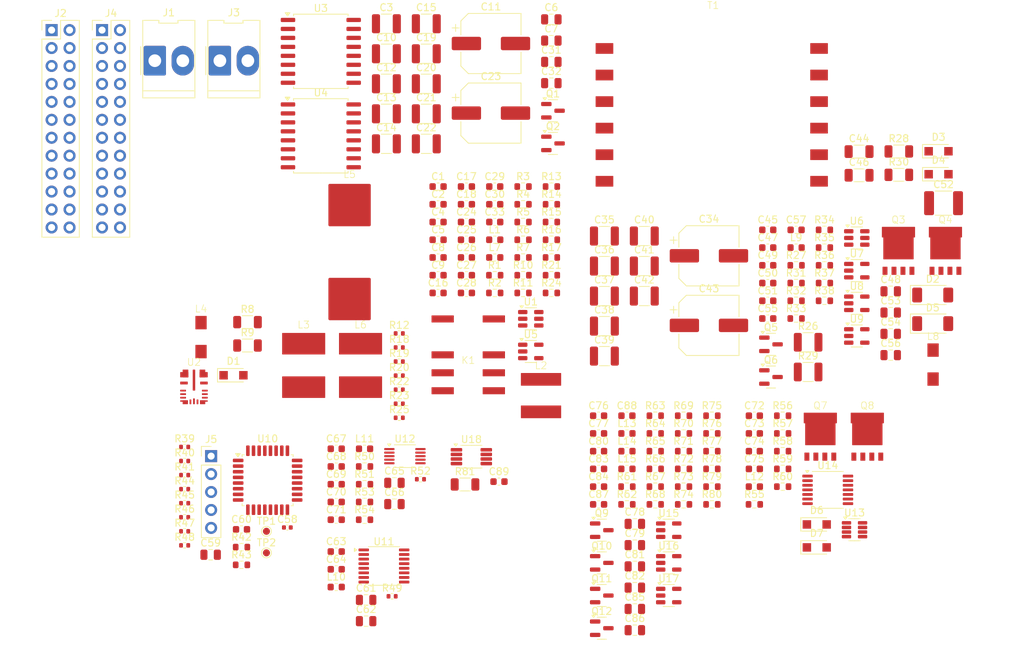
<source format=kicad_pcb>
(kicad_pcb (version 20241229) (generator "pcbnew") (generator_version "9.0")
  (layers (0 "F.Cu" signal) (2 "B.Cu" signal) (13 "F.Paste" user) (15 "B.Paste" user) (5 "F.SilkS" user "F.Silkscreen") (7 "B.SilkS" user "B.Silkscreen") (1 "F.Mask" user) (3 "B.Mask" user) (25 "Edge.Cuts" user))
  (net 0 "")
  (net 1 "Net-(U1-CB)")
  (net 2 "Net-(U1-SW)")
  (net 3 "Net-(U1-FB)")
  (net 4 "+3V3")
  (net 5 "GND")
  (net 6 "Net-(U1-EN)")
  (net 7 "Net-(U2-CBOOT)")
  (net 8 "Net-(U2-SW)")
  (net 9 "Net-(C9-Pad1)")
  (net 10 "Net-(C18-Pad2)")
  (net 11 "VDC")
  (net 12 "Net-(U2-VIN1)")
  (net 13 "/Current Measurement/IN")
  (net 14 "Net-(U2-SYNC{slash}MODE)")
  (net 15 "3V3")
  (net 16 "Net-(U5B-V+)")
  (net 17 "Earth")
  (net 18 "Net-(D2-A)")
  (net 19 "Net-(C44-Pad2)")
  (net 20 "Net-(D3-A)")
  (net 21 "Net-(C46-Pad1)")
  (net 22 "Net-(D4-A)")
  (net 23 "Net-(U7-INTVCC)")
  (net 24 "Net-(C49-Pad1)")
  (net 25 "Net-(C49-Pad2)")
  (net 26 "Net-(U8A-+)")
  (net 27 "Net-(U9A--)")
  (net 28 "Net-(C51-Pad2)")
  (net 29 "Net-(U8B-V+)")
  (net 30 "/STM32/~{STM32_RST}")
  (net 31 "Net-(U11-VDD)")
  (net 32 "Net-(U11-VREF)")
  (net 33 "Net-(U12-VDD)")
  (net 34 "Net-(U12-AIN3)")
  (net 35 "Net-(U12-AIN2)")
  (net 36 "Net-(U12-AIN1)")
  (net 37 "Net-(U12-AIN0)")
  (net 38 "/Current Measurement/OUT")
  (net 39 "VOUT")
  (net 40 "Net-(U13-VS)")
  (net 41 "Net-(U13-VCAP)")
  (net 42 "Net-(U15A--)")
  (net 43 "Net-(C77-Pad1)")
  (net 44 "Net-(U15B-V+)")
  (net 45 "Net-(U16B-V+)")
  (net 46 "Net-(U17A--)")
  (net 47 "Net-(C84-Pad2)")
  (net 48 "Net-(U17B-V+)")
  (net 49 "/ADC/AIN1")
  (net 50 "Net-(U16A--)")
  (net 51 "Net-(D1-A)")
  (net 52 "Net-(D2-K)")
  (net 53 "Net-(D4-K)")
  (net 54 "PRI_HI")
  (net 55 "UART1_RX")
  (net 56 "UART0_TX")
  (net 57 "UART1_TX")
  (net 58 "UART3_RX")
  (net 59 "ACTIVATE_BOOTLOADER")
  (net 60 "UART3_TX")
  (net 61 "UART2_RX")
  (net 62 "UART0_RX")
  (net 63 "UART2_TX")
  (net 64 "NRST")
  (net 65 "/STM32/NRST")
  (net 66 "/STM32/SWDIO")
  (net 67 "/STM32/SWCLK{slash}BOOT0")
  (net 68 "/Voltage Correction/VSENSE+")
  (net 69 "VSENSE+")
  (net 70 "/Voltage Correction/VSENSE-")
  (net 71 "VSENSE-")
  (net 72 "/STM32/DISCHARGE_OUTPUT")
  (net 73 "Net-(Q1-D)")
  (net 74 "/STM32/EN_EXT_VSENSE")
  (net 75 "Net-(U6-SENSE)")
  (net 76 "Net-(Q3-G)")
  (net 77 "Net-(Q4-G)")
  (net 78 "Net-(Q5-B)")
  (net 79 "Net-(Q5-C)")
  (net 80 "Net-(Q5-E)")
  (net 81 "Net-(Q6-D)")
  (net 82 "Net-(U13-SRC)")
  (net 83 "Net-(Q7-G)")
  (net 84 "Net-(Q10-B)")
  (net 85 "Net-(Q9-B)")
  (net 86 "Net-(Q10-C)")
  (net 87 "Net-(Q11-C)")
  (net 88 "Net-(Q11-B)")
  (net 89 "Net-(Q12-B)")
  (net 90 "Net-(Q12-C)")
  (net 91 "/AIN0")
  (net 92 "/Voltage Correction/VFB")
  (net 93 "Net-(U2-RBOOT)")
  (net 94 "/PG")
  (net 95 "ARM_OUTPUT")
  (net 96 "Net-(U5A--)")
  (net 97 "/STM32/ENABLE_PWR_SPL")
  (net 98 "Net-(U2-SPSP)")
  (net 99 "Net-(U2-RT)")
  (net 100 "Net-(U4-VOC)")
  (net 101 "/STM32/STM32_UART_RX")
  (net 102 "Net-(U4-VOD)")
  (net 103 "Net-(U7-DRAIN)")
  (net 104 "/Flyback Converter/V_PREREG_EQUIV_PWM")
  (net 105 "Net-(U8A--)")
  (net 106 "/ADC/~{SYNC}")
  (net 107 "/DAC/~{SYNC}")
  (net 108 "/STM32/ADC0")
  (net 109 "/ADC/SCLK")
  (net 110 "Net-(U10-PA5)")
  (net 111 "/ADC/SDIN")
  (net 112 "Net-(U10-PA7)")
  (net 113 "Net-(U10-PA9)")
  (net 114 "/STM32/STM32_UART_TX")
  (net 115 "Net-(U10-PA15)")
  (net 116 "/STM32/STM32_TIM1_CH1_PWM")
  (net 117 "Net-(U11-SDO)")
  (net 118 "/ADC/SDOUT")
  (net 119 "Net-(U12-DOUT{slash}~{DRDY})")
  (net 120 "/AIN2")
  (net 121 "/ADC_REF")
  (net 122 "Net-(U13-OV)")
  (net 123 "Net-(R57-Pad2)")
  (net 124 "/STM32/ENABLE_OUTPUT")
  (net 125 "Net-(U13-EN{slash}UVLO)")
  (net 126 "/Current Measurement/~{ALERT}")
  (net 127 "Net-(R60-Pad1)")
  (net 128 "/Current Measurement/RESET")
  (net 129 "Net-(U16A-+)")
  (net 132 "/STM32/OSCX_IN")
  (net 133 "/STM32/OSCX_OUT")
  (net 136 "/Switch/ARM_OUTPUT")
  (net 139 "/DAC/VOUTA")
  (net 149 "/DAC/VOUTB")
  (net 150 "/Current Measurement/LIMIT")
  (footprint "Resistor_SMD:R_0603_1608Metric" (layer "F.Cu") (at 146.12 112.2)
    (property "Reference" "R62")
    (property "Value" "47kΩ 0603 0.1W ±1% ±100ppm/°C")
  )
  (footprint "Resistor_SMD:R_0603_1608Metric" (layer "F.Cu") (at 164.16 112.2)
    (property "Reference" "R55")
    (property "Value" "10kΩ 0603 0.1W ±1% ±100ppm/°C")
  )
  (footprint "ps-ch:WE-MPSB_2220" (layer "F.Cu") (at 100.36 92.53)
    (property "Reference" "L3")
    (property "Value" "100Ω@100MHz")
  )
  (footprint "Package_SO:VSSOP-8_3x3mm_P0.65mm" (layer "F.Cu") (at 124.1 105.45)
    (property "Reference" "U18")
    (property "Value" "INA301A3")
  )
  (footprint "Capacitor_SMD:C_0603_1608Metric" (layer "F.Cu") (at 164.16 107.18)
    (property "Reference" "C75")
    (property "Value" "0.22μF 0603 50Vdc X7R ±20%")
  )
  (footprint "Capacitor_SMD:C_0603_1608Metric" (layer "F.Cu") (at 123.4 72.23)
    (property "Reference" "C24")
    (property "Value" "1μF 0603 16Vdc X7R ±20%")
  )
  (footprint "Resistor_SMD:R_0603_1608Metric" (layer "F.Cu") (at 154.14 104.67)
    (property "Reference" "R71")
    (property "Value" "10kΩ 0603 0.1W ±0.1% ±25ppm/°C")
  )
  (footprint "Capacitor_SMD:C_0603_1608Metric" (layer "F.Cu") (at 166.06 85.89)
    (property "Reference" "C55")
    (property "Value" "0.1μF 0603 100Vdc X7R ±20%")
  )
  (footprint "Resistor_SMD:R_0603_1608Metric" (layer "F.Cu") (at 158.15 107.18)
    (property "Reference" "R78")
    (property "Value" "1kΩ 0603 0.1W ±1% ±100ppm/°C")
  )
  (footprint "Resistor_SMD:R_0603_1608Metric" (layer "F.Cu") (at 135.43 69.72)
    (property "Reference" "R14")
    (property "Value" "7.15kΩ 0603 0.1W ±0.1% ±25ppm/°C")
  )
  (footprint "Capacitor_SMD:C_0603_1608Metric" (layer "F.Cu") (at 142.11 102.16)
    (property "Reference" "C77")
    (property "Value" "10pF 0603 100Vdc C0G ±5%")
  )
  (footprint "Diode_SMD:Nexperia_CFP3_SOD-123W" (layer "F.Cu") (at 90.425 93.92)
    (property "Reference" "D1")
    (property "Value" "PMEG60T30ELR")
  )
  (footprint "Inductor_SMD:L_0603_1608Metric" (layer "F.Cu") (at 127.41 74.74)
    (property "Reference" "L1")
    (property "Value" "60Ω@100MHz")
  )
  (footprint "Resistor_SMD:R_0603_1608Metric" (layer "F.Cu") (at 174.08 75.85)
    (property "Reference" "R35")
    (property "Value" "10kΩ 0603 0.1W ±1% ±100ppm/°C")
  )
  (footprint "Inductor_SMD:L_0603_1608Metric" (layer "F.Cu") (at 127.41 77.25)
    (property "Reference" "L7")
    (property "Value" "60Ω@100MHz")
  )
  (footprint "Capacitor_SMD:C_0603_1608Metric" (layer "F.Cu") (at 123.4 82.27)
    (property "Reference" "C28")
    (property "Value" "0.1μF 0603 100Vdc X7R ±20%")
  )
  (footprint "Resistor_SMD:R_0603_1608Metric" (layer "F.Cu") (at 154.14 99.65)
    (property "Reference" "R69")
    (property "Value" "47kΩ 0603 0.1W ±1% ±100ppm/°C")
  )
  (footprint "Resistor_SMD:R_0402_1005Metric" (layer "F.Cu") (at 113.89 97.95)
    (property "Reference" "R23")
    (property "Value" "22Ω 0402 0.063W ±1% ±100ppm/°C")
  )
  (footprint "Resistor_SMD:R_0603_1608Metric" (layer "F.Cu") (at 108.98 106.84)
    (property "Reference" "R50")
    (property "Value" "1kΩ 0603 0.1W ±1% ±100ppm/°C")
  )
  (footprint "Capacitor_SMD:C_0603_1608Metric" (layer "F.Cu") (at 166.06 75.85)
    (property "Reference" "C47")
    (property "Value" "1μF 0603 100Vdc X7T ±20%")
  )
  (footprint "Package_TO_SOT_SMD:SOT-23-5" (layer "F.Cu") (at 132.51 90.55)
    (property "Reference" "U5")
    (property "Value" "OPA992IDBVR")
  )
  (footprint "Capacitor_SMD:C_0603_1608Metric" (layer "F.Cu") (at 128.01 108.98)
    (property "Reference" "C89")
    (property "Value" "0.1μF 0603 100Vdc X7R ±20%")
  )
  (footprint "Package_TO_SOT_SMD:SOT-23" (layer "F.Cu") (at 135.65 61.1)
    (property "Reference" "Q2")
    (property "Value" "BSS138")
  )
  (footprint "Resistor_SMD:R_0603_1608Metric" (layer "F.Cu") (at 168.17 109.69)
    (property "Reference" "R60")
    (property "Value" "10kΩ 0603 0.1W ±1% ±100ppm/°C")
  )
  (footprint "Resistor_SMD:R_0402_1005Metric" (layer "F.Cu") (at 113.89 91.98)
    (property "Reference" "R19")
    (property "Value" "0Ω 0402 0.063W ±1% ±100ppm/°C")
  )
  (footprint "Capacitor_SMD:C_0603_1608Metric" (layer "F.Cu") (at 104.97 121.39)
    (property "Reference" "C64")
    (property "Value" "0.1μF 0603 100Vdc X7R ±20%")
  )
  (footprint "Resistor_SMD:R_0603_1608Metric" (layer "F.Cu") (at 174.08 80.87)
    (property "Reference" "R37")
    (property "Value" "10kΩ 0603 0.1W ±1% ±100ppm/°C")
  )
  (footprint "Package_TO_SOT_SMD:SOT-23-6" (layer "F.Cu") (at 132.51 85.925)
    (property "Reference" "U1")
    (property "Value" "LMR51610X")
  )
  (footprint "Capacitor_SMD:C_0603_1608Metric" (layer "F.Cu") (at 166.06 80.87)
    (property "Reference" "C50")
    (property "Value" "0.1μF 0603 100Vdc X7R ±20%")
  )
  (footprint "Capacitor_SMD:C_1210_3225Metric" (layer "F.Cu") (at 117.72 61.16)
    (property "Reference" "C22")
    (property "Value" "10μF 1210 100Vdc X7S ±20%")
  )
  (footprint "Package_SO:VSSOP-10_3x3mm_P0.5mm" (layer "F.Cu") (at 114.69 105.375)
    (property "Reference" "U12")
    (property "Value" "ADS1118IDGS")
  )
  (footprint "Resistor_SMD:R_0603_1608Metric" (layer "F.Cu") (at 135.43 79.76)
    (property "Reference" "R21")
    (property "Value" "10kΩ 0603 0.1W ±1% ±100ppm/°C")
  )
  (footprint "Connector_PinHeader_2.54mm:PinHeader_2x12_P2.54mm_Vertical" (layer "F.Cu") (at 64.68 45.06)
    (property "Reference" "J2")
    (property "Value" "Conn_02x12_Odd_Even")
  )
  (footprint "Package_TO_SOT_SMD:SOT-23-8" (layer "F.Cu") (at 178.34 115.79)
    (property "Reference" "U13")
    (property "Value" "LM74502H")
  )
  (footprint "Resistor_SMD:R_0603_1608Metric" (layer "F.Cu") (at 150.13 99.65)
    (property "Reference" "R63")
    (property "Value" "10kΩ 0603 0.1W ±1% ±100ppm/°C")
  )
  (footprint "TestPoint:TestPoint_Pad_D1.0mm" (layer "F.Cu") (at 95.09 116.01)
    (property "Reference" "TP1")
    (property "Value" "TestPoint")
  )
  (footprint "Capacitor_SMD:CP_Elec_8x11.9" (layer "F.Cu") (at 157.73 86.86)
    (property "Reference" "C43")
    (property "Value" "39µF")
  )
  (footprint "ps-ch:WE-LQS_6045" (layer "F.Cu") (at 133.96 96.8)
    (property "Reference" "L2")
    (property "Value" "33µH")
  )
  (footprint "Capacitor_SMD:C_1210_3225Metric" (layer "F.Cu") (at 142.93 91.21)
    (property "Reference" "C39")
    (property "Value" "10μF 1210 100Vdc X7S ±20%")
  )
  (footprint "Resistor_SMD:R_0603_1608Metric" (layer "F.Cu") (at 168.17 102.16)
    (property "Reference" "R57")
    (property "Value" "1kΩ 0603 0.1W ±1% ±100ppm/°C")
  )
  (footprint "Capacitor_SMD:C_1210_3225Metric" (layer "F.Cu") (at 148.58 78.46)
    (property "Reference" "C41")
    (property "Value" "10μF 1210 100Vdc X7S ±20%")
  )
  (footprint "Capacitor_SMD:C_0603_1608Metric" (layer "F.Cu") (at 164.16 102.16)
    (property "Reference" "C73")
    (property "Value" "1nF 0603 100Vdc X7R ±20%")
  )
  (footprint "Resistor_SMD:R_0603_1608Metric" (layer "F.Cu") (at 131.42 74.74)
    (property "Reference" "R6")
    (property "Value" "130kΩ 0603 0.1W ±0.1% ±25ppm/°C")
  )
  (footprint "Capacitor_SMD:C_0603_1608Metric" (layer "F.Cu") (at 91.56 115.74)
    (property "Reference" "C60")
    (property "Value" "0.1μF 0603 100Vdc X7R ±20%")
  )
  (footprint "Resistor_SMD:R_1210_3225Metric" (layer "F.Cu") (at 171.77 93.46)
    (property "Reference" "R29")
    (property "Value" "39Ω 1210 0.5W ±1% ±100ppm/°C")
  )
  (footprint "Capacitor_SMD:C_0805_2012Metric" (layer "F.Cu") (at 183.46 82.04)
    (property "Reference" "C48")
    (property "Value" "10μF 0805 50Vdc X5R ±20%")
  )
  (footprint "Capacitor_SMD:CP_Elec_8x11.9" (layer "F.Cu") (at 157.73 77.01)
    (property "Reference" "C34")
    (property "Value" "39µF")
  )
  (footprint "Inductor_SMD:L_0603_1608Metric" (layer "F.Cu") (at 170.07 75.85)
    (property "Reference" "L9")
    (property "Value" "60Ω@100MHz")
  )
  (footprint "Capacitor_SMD:C_0603_1608Metric" (layer "F.Cu") (at 142.11 104.67)
    (property "Reference" "C80")
    (property "Value" "0.1μF 0603 100Vdc X7R ±20%")
  )
  (footprint "Capacitor_SMD:C_0805_2012Metric" (layer "F.Cu") (at 183.46 91.07)
    (property "Reference" "C56")
    (property "Value" "10μF 0805 50Vdc X5R ±20%")
  )
  (footprint "Diode_SMD:Nexperia_CFP3_SOD-123W" (layer "F.Cu") (at 172.995 118.29)
    (property "Reference" "D7")
    (property "Value" "PMEG60T30ELR")
  )
  (footprint "Resistor_SMD:R_0603_1608Metric" (layer "F.Cu") (at 135.43 72.23)
    (property "Reference" "R15")
    (property "Value" "7.15kΩ 0603 0.1W ±0.1% ±25ppm/°C")
  )
  (footprint "Resistor_SMD:R_0603_1608Metric" (layer "F.Cu") (at 154.14 112.2)
    (property "Reference" "R74")
    (property "Value" "130kΩ 0603 0.1W ±0.1% ±25ppm/°C")
  )
  (footprint "Resistor_SMD:R_0603_1608Metric" (layer "F.Cu") (at 131.42 82.27)
    (property "Reference" "R11")
    (property "Value" "4.7kΩ 0603 0.1W ±1% ±100ppm/°C")
  )
  (footprint "Package_TO_SOT_SMD:SOT-23" (layer "F.Cu") (at 166.51 94.17)
    (property "Reference" "Q6")
    (property "Value" "BSS138")
  )
  (footprint "Capacitor_SMD:C_0603_1608Metric" (layer "F.Cu") (at 104.97 118.88)
    (property "Reference" "C63")
    (property "Value" "0.1μF 0603 100Vdc X7R ±20%")
  )
  (footprint "Package_SO:SOIC-16W_7.5x10.3mm_P1.27mm" (layer "F.Cu") (at 102.79 60.03)
    (property "Reference" "U4")
    (property "Value" "ADuM1401xRW")
  )
  (footprint "Package_TO_SOT_SMD:SOT-23-5" (layer "F.Cu") (at 178.66 88.36)
    (property "Reference" "U9")
    (property "Value" "OPA992IDBVR")
  )
  (footprint "Capacitor_SMD:C_1210_3225Metric" (layer "F.Cu") (at 117.72 48.41)
    (property "Reference" "C19")
    (property "Value" "10μF 1210 100Vdc X7S ±20%")
  )
  (footprint "Capacitor_SMD:C_0805_2012Metric" (layer "F.Cu") (at 183.46 85.05)
    (property "Reference" "C53")
    (property "Value" "10μF 0805 50Vdc X5R ±20%")
  )
  (footprint "Resistor_SMD:R_0402_1005Metric" (layer "F.Cu") (at 83.51 104.07)
    (property "Reference" "R39")
    (property "Value" "10kΩ 0402 0.063W ±1% ±100ppm/°C")
  )
  (footprint "Resistor_SMD:R_0603_1608Metric" (layer "F.Cu") (at 91.56 118.25)
    (property "Reference" "R42")
    (property "Value" "10kΩ 0402 0.063W ±1% ±100ppm/°C")
  )
  (footprint "ps-ch:09652028" (layer "F.Cu") (at 88.5 49.39)
    (property "Reference" "J3")
    (property "Value" "09652028")
  )
  (footprint "Package_TO_SOT_SMD:SOT-23" (layer "F.Cu") (at 166.51 89.545)
    (property "Reference" "Q5")
    (property "Value" "MMBT3904")
  )
  (footprint "Capacitor_SMD:C_0805_2012Metric" (layer "F.Cu") (at 147.24 120.98)
    (property "Reference" "C81")
    (property "Value" "10μF 0805 50Vdc X5R ±20%")
  )
  (footprint "Capacitor_SMD:C_0805_2012Metric" (layer "F.Cu") (at 113.21 109.15)
    (property "Reference" "C65")
    (property "Value" "10μF 0805 50Vdc X5R ±20%")
  )
  (footprint "Resistor_SMD:R_0603_1608Metric" (layer "F.Cu") (at 154.14 109.69)
    (property "Reference" "R73")
    (property "Value" "130kΩ 0603 0.1W ±0.1% ±25ppm/°C")
  )
  (footprint "Inductor_SMD:L_0603_1608Metric" (layer "F.Cu") (at 146.12 107.18)
    (property "Reference" "L15")
    (property "Value" "60Ω@100MHz")
  )
  (footprint "Resistor_SMD:R_0603_1608Metric" (layer "F.Cu") (at 150.13 104.67)
    (property "Reference" "R65")
    (property "Value" "4.7kΩ 0603 0.1W ±1% ±100ppm/°C")
  )
  (footprint "Capacitor_SMD:C_0805_2012Metric" (layer "F.Cu") (at 109.2 125.72)
    (property "Reference" "C61")
    (property "Value" "10μF 0805 50Vdc X5R ±20%")
  )
  (footprint "Resistor_SMD:R_0402_1005Metric" (layer "F.Cu") (at 113.89 95.96)
    (property "Reference" "R22")
    (property "Value" "22Ω 0402 0.063W ±1% ±100ppm/°C")
  )
  (footprint "Resistor_SMD:R_0603_1608Metric" (layer "F.Cu") (at 146.12 109.69)
    (property "Reference" "R61")
    (property "Value" "47kΩ 0603 0.1W ±1% ±100ppm/°C")
  )
  (footprint "Resistor_SMD:R_0402_1005Metric" (layer "F.Cu") (at 83.51 118)
    (property "Reference" "R48")
    (property "Value" "10kΩ 0402 0.063W ±1% ±100ppm/°C")
  )
  (footprint "Capacitor_SMD:C_0805_2012Metric" (layer "F.Cu") (at 147.24 123.99)
    (property "Reference" "C82")
    (property "Value" "10μF 0805 50Vdc X5R ±20%")
  )
  (footprint "ps-ch:SOT669" (layer "F.Cu") (at 173.5 102.72)
    (property "Reference" "Q7")
    (property "Value" "PSMN059-150Y")
  )
  (footprint "Diode_SMD:D_SOD-128" (layer "F.Cu") (at 189.405 86.61)
    (property "Reference" "D5")
    (property "Value" "PTVS75VP1BPL")
  )
  (footprint "Capacitor_SMD:C_1206_3216Metric" (layer "F.Cu") (at 178.98 65.61)
    (property "Reference" "C46")
    (property "Value" "220pF 1206 630Vdc C0G ±5%")
  )
  (footprint "Resistor_SMD:R_0603_1608Metric" (layer "F.Cu") (at 170.07 83.38)
    (property "Reference" "R32")
    (property "Value" "10kΩ 0603 0.1W ±1% ±100ppm/°C")
  )
  (footprint "Resistor_SMD:R_0603_1608Metric" (layer "F.Cu") (at 168.17 104.67)
    (property "Reference" "R58")
    (property "Value" "10kΩ 0603 0.1W ±1% ±100ppm/°C")
  )
  (footprint "Resistor_SMD:R_1206_3216Metric" (layer "F.Cu") (at 184.61 62.24)
    (property "Reference" "R28")
    (property "Value" "5mΩ 1206 1W ±1% ±110ppm/°C")
  )
  (footprint "Resistor_SMD:R_0603_1608Metric" (layer "F.Cu") (at 170.07 80.87)
    (property "Reference" "R31")
    (property "Value" "10kΩ 0603 0.1W ±1% ±100ppm/°C")
  )
  (footprint "Capacitor_SMD:C_0603_1608Metric" (layer "F.Cu") (at 142.11 109.69)
    (property "Reference" "C84")
    (property "Value" "10pF 0603 100Vdc C0G ±5%")
  )
  (footprint "Resistor_SMD:R_1206_3216Metric" (layer "F.Cu") (at 92.41 86.4)
    (property "Reference" "R8")
    (property "Value" "510Ω 1206 0.25W ±1% ±100ppm/°C")
  )
  (footprint "Resistor_SMD:R_0402_1005Metric" (layer "F.Cu") (at 83.51 110.04)
    (property "Reference" "R44")
    (property "Value" "22Ω 0402 0.063W ±1% ±100ppm/°C")
  )
  (footprint "Resistor_SMD:R_0603_1608Metric" (layer "F.Cu") (at 154.14 107.18)
    (property "Reference" "R72")
    (property "Value" "130kΩ 0603 0.1W ±0.1% ±25ppm/°C")
  )
  (footprint "Capacitor_SMD:C_1210_3225Metric" (layer "F.Cu") (at 112.07 56.91)
    (property "Reference" "C13")
    (property "Value" "10μF 1210 100Vdc X7S ±20%")
  )
  (footprint "Capacitor_SMD:C_0603_1608Metric" (layer "F.Cu") (at 127.41 72.23)
    (property "Reference" "C33")
    (property "Value" "0.1μF 0603 100Vdc X7R ±20%")
  )
  (footprint "Package_TO_SOT_SMD:SOT-23-5" (layer "F.Cu") (at 178.66 83.735)
    (property "Reference" "U8")
    (property "Value" "OPA992IDBVR")
  )
  (footprint "Capacitor_SMD:C_1210_3225Metric" (layer "F.Cu") (at 148.58 74.21)
    (property "Reference" "C40")
    (property "Value" "10μF 1210 100Vdc X7S ±20%")
  )
  (footprint "Capacitor_SMD:C_0603_1608Metric" (layer "F.Cu") (at 123.4 74.74)
    (property "Reference" "C25")
    (property "Value" "0.1μF 0603 100Vdc X7R ±20%")
  )
  (footprint "Capacitor_SMD:C_0805_2012Metric" (layer "F.Cu") (at 147.24 114.96)
    (property "Reference" "C78")
    (property "Value" "10μF 0805 50Vdc X5R ±20%")
  )
  (footprint "Capacitor_SMD:C_0603_1608Metric" (layer "F.Cu") (at 104.97 114.37)
    (property "Reference" "C71")
    (property "Value" "0.1μF 0603 100Vdc X7R ±20%")
  )
  (footprint "Capacitor_SMD:C_0805_2012Metric" (layer "F.Cu") (at 135.42 43.54)
    (property "Reference" "C6")
    (property "Value" "0.1μF 0603 100Vdc X7R ±20%")
  )
  (footprint "Capacitor_SMD:C_1206_3216Metric" (layer "F.Cu") (at 178.98 62.26)
    (property "Reference" "C44")
    (property "Value" "220pF 1206 630Vdc C0G ±5%")
  )
  (footprint "ps-ch:VQFN-HR(16)" (layer "F.Cu") (at 84.83 95.57)
    (property "Reference" "U2")
    (property "Value" "LM61495")
  )
  (footprint "Resistor_SMD:R_0603_1608Metric" (layer "F.Cu") (at 158.15 104.67)
    (property "Reference" "R77")
    (property "Value" "130kΩ 0603 0.1W ±0.1% ±25ppm/°C")
  )
  (footprint "Capacitor_SMD:C_0805_2012Metric" (layer "F.Cu") (at 135.42 52.57)
    (property "Reference" "C32")
    (property "Value" "10μF 0805 50Vdc X5R ±20%")
  )
  (footprint "Capacitor_SMD:C_0603_1608Metric" (layer "F.Cu") (at 146.12 99.65)
    (property "Reference" "C88")
    (property "Value" "10pF 0603 100Vdc C0G ±5%")
  )
  (footprint "Resistor_SMD:R_0402_1005Metric" (layer "F.Cu") (at 83.51 112.03)
    (property "Reference" "R45")
    (property "Value" "22Ω 0402 0.063W ±1% ±100ppm/°C")
  )
  (footprint "Resistor_SMD:R_0603_1608Metric" (layer "F.Cu") (at 150.13 112.2)
    (property "Reference" "R68")
    (property "Value" "4.7kΩ 0603 0.1W ±1% ±100ppm/°C")
  )
  (footprint "Package_TO_SOT_SMD:TSOT-23-6" (layer "F.Cu") (at 178.66 74.485)
    (property "Reference" "U6")
    (property "Value" "LT8306")
  )
  (footprint "Resistor_SMD:R_0603_1608Metric" (layer "F.Cu") (at 131.42 67.21)
    (property "Reference" "R3")
    (property "Value" "24kΩ 0603 0.1W ±1% ±100ppm/°C")
  )
  (footprint "Resistor_SMD:R_0402_1005Metric" (layer "F.Cu") (at 113.89 93.97)
    (property "Reference" "R20")
    (property "Value" "0Ω 0402 0.063W ±1% ±100ppm/°C")
  )
  (footprint "Capacitor_SMD:C_0603_1608Metric" (layer "F.Cu") (at 119.39 69.72)
    (property "Reference" "C2")
    (property "Value" "10pF 0603 100Vdc C0G ±5%")
  )
  (footprint "Resistor_SMD:R_0402_1005Metric" (layer "F.Cu") (at 113.89 89.99)
    (property "Reference" "R18")
    (property "Value" "10kΩ 0402 0.063W ±1% ±100ppm/°C")
  )
  (footprint "Resistor_SMD:R_0603_1608Metric" (layer "F.Cu") (at 131.42 69.72)
    (property "Reference" "R4")
    (property "Value" "24kΩ 0603 0.1W ±1% ±100ppm/°C")
  )
  (footprint "Resistor_SMD:R_0402_1005Metric" (layer "F.Cu") (at 83.51 114.02)
    (property "Reference" "R46")
    (property "Value" "22Ω 0402 0.063W ±1% ±100ppm/°C")
  )
  (footprint "Capacitor_SMD:C_0603_1608Metric" (layer "F.Cu") (at 104.97 111.86)
    (property "Reference" "C70")
    (property "Value" "0.1μF 0603 100Vdc X7R ±20%")
  )
  (footprint "Capacitor_SMD:C_1210_3225Metric" (layer "F.Cu") (at 112.07 61.16)
    (property "Reference" "C14")
    (property "Value" "10μF 1210 100Vdc X7S ±20%")
  )
  (footprint "Resistor_SMD:R_0402_1005Metric" (layer "F.Cu") (at 113.89 88)
    (property "Reference" "R12")
    (property "Value" "10kΩ 0603 0.1W ±1% ±100ppm/°C")
  )
  (footprint "Resistor_SMD:R_0603_1608Metric" (layer "F.Cu") (at 150.13 109.69)
    (property "Reference" "R67")
    (property "Value" "4.7kΩ 0603 0.1W ±1% ±100ppm/°C")
  )
  (footprint "Resistor_SMD:R_0603_1608Metric" (layer "F.Cu") (at 91.56 120.76)
    (property "Reference" "R43")
    (property "Value" "10kΩ 0402 0.063W ±1% ±100ppm/°C")
  )
  (footprint "Resistor_SMD:R_0603_1608Metric" (layer "F.Cu") (at 131.42 77.25)
    (property "Reference" "R7")
    (property "Value" "130kΩ 0603 0.1W ±0.1% ±25ppm/°C")
  )
  (footprint "Package_TO_SOT_SMD:SOT-23-5" (layer "F.Cu") (at 152.04 125.105)
    (property "Reference" "U17")
    (property "Value" "OPA992IDBVR")
  )
  (footprint "Inductor_SMD:L_0603_1608Metric" (layer "F.Cu") (at 164.16 109.69)
    (property "Reference" "L12")
    (property "Value" "60Ω@100MHz")
  )
  (footprint "Capacitor_SMD:C_0603_1608Metric" (layer "F.Cu") (at 119.39 79.76)
    (property "Reference" "C9")
    (property "Value" "10pF 0603 100Vdc C0G ±5%")
  )
  (footprint "Resistor_SMD:R_0402_1005Metric" (layer "F.Cu") (at 83.51 106.06)
    (property "Reference" "R40")
    (property "Value" "10kΩ 0402 0.063W ±1% ±100ppm/°C")
  )
  (footprint "Resistor_SMD:R_0603_1608Metric" (layer "F.Cu") (at 131.42 79.76)
    (property "Reference" "R10")
    (property "Value" "0Ω 0603 0.1W ±1% ±100ppm/°C")
  )
  (footprint "Diode_SMD:Nexperia_CFP3_SOD-123W" (layer "F.Cu") (at 190.235 62.21)
    (property "Reference" "D3")
    (property "Value" "PMEG60T30ELR")
  )
  (footprint "Resistor_SMD:R_0402_1005Metric" (layer "F.Cu") (at 116.89 108.64)
    (property "Reference" "R52")
    (property "Value" "22Ω 0402 0.063W ±1% ±100ppm/°C")
  )
  (footprint "Package_SO:SOIC-16W_7.5x10.3mm_P1.27mm" (layer "F.Cu") (at 102.79 48.07)
    (property "Reference" "U3")
    (property "Value" "ADuM1401xRW")
  )
  (footprint "Resistor_SMD:R_0402_1005Metric" (layer "F.Cu") (at 112.88 125.21)
    (property "Reference" "R49")
    (property "Value" "22Ω 0402 0.063W ±1% ±100ppm/°C")
  )
  (footprint "Diode_SMD:D_SOD-128" (layer "F.Cu") (at 189.405 82.56)
    (property "Reference" "D2")
    (property "Value" "PTVS75VP1BPL")
  )
  (footprint "Capacitor_SMD:C_0402_1005Metric" (layer "F.Cu") (at 98.05 115.47)
    (property "Reference" "C58")
    (property "Value" "10nF 0402 50Vdc X7R ±20%")
  )
  (footprint "Resistor_SMD:R_0603_1608Metric" (layer "F.Cu") (at 168.17 99.65)
    (property "Reference" "R56")
    (property "Value" "0Ω 0603 0.1W ±1% ±100ppm/°C")
  )
  (footprint "Package_TO_SOT_SMD:SOT-23" (layer "F.Cu") (at 142.56 120.48)
    (property "Reference" "Q10")
    (property "Value" "MMBT3906")
  )
  (footprint "Capacitor_SMD:C_0603_1608Metric" (layer "F.Cu") (at 142.11 99.65)
    (property "Reference" "C76")
    (property "Value" "0.1μF 0603 100Vdc X7R ±20%")
  )
  (footprint "Resistor_SMD:R_0603_1608Metric" (layer "F.Cu") (at 135.43 67.21)
    (property "Reference" "R13")
    (property "Value" "10kΩ 0603 0.1W ±1% ±100ppm/°C")
  )
  (footprint "Resistor_SMD:R_0603_1608Metric" (layer "F.Cu") (at 158.15 102.16)
    (property "Reference" "R76")
    (property "Value" "10kΩ 0603 0.1W ±1% ±100ppm/°C")
  )
  (footprint "Package_TO_SOT_SMD:SOT-23" (layer "F.Cu") (at 142.56 115.855)
    (property "Reference" "Q9")
    (property "Value" "MMBT3906")
  )
  (footprint "ps-ch:WE-MPSB_2220" (layer "F.Cu") (at 108.41 92.53)
    (property "Reference" "L6")
    (property "Value" "100Ω@100MHz")
  )
  (footprint "Capacitor_SMD:C_0603_1608Metric" (layer "F.Cu") (at 104.97 104.33)
    (property "Reference" "C67")
    (property "Value" "0.1μF 0603 100Vdc X7R ±20%")
  )
  (footprint "Resistor_SMD:R_0603_1608Metric" (layer "F.Cu") (at 174.08 83.38)
    (property "Reference" "R38")
    (property "Value" "10kΩ 0603 0.1W ±1% ±100ppm/°C")
  )
  (footprint "Capacitor_SMD:C_1210_3225Metric" (layer "F.Cu") (at 112.07 52.66)
    (property "Reference" "C12")
    (property "Value" "10μF 1210 100Vdc X7S ±20%")
  )
  (footprint "Capacitor_SMD:C_0603_1608Metric" (layer "F.Cu") (at 119.39 72.23)
    (property "Reference" "C4")
    (property "Value" "0.1μF 0603 100Vdc X7R ±20%")
  )
  (footprint "Capacitor_SMD:C_1210_3225Metric" (layer "F.Cu") (at 142.93 82.71)
    (property "Reference" "C37")
    (property "Value" "10μF 1210 100Vdc X7S ±20%")
  )
  (footprint "Package_QFP:LQFP-32_7x7mm_P0.8mm" (layer "F.Cu") (at 95.26 108.78)
    (property "Reference" "U10")
    (property "Value" "STM32C031K4Tx")
  )
  (footprint "Capacitor_SMD:C_0603_1608Metric" (layer "F.Cu") (at 166.06 78.36)
    (property "Reference" "C49")
    (property "Value" "0.22μF 0603 50Vdc X7R ±20%")
  )
  (footprint "Resistor_SMD:R_0603_1608Metric" (layer "F.Cu") (at 158.15 99.65)
    (property "Reference" "R75")
    (property "Value" "10kΩ 0603 0.1W ±1% ±100ppm/°C")
  )
  (footprint "Resistor_SMD:R_0603_1608Metric" (layer "F.Cu") (at 158.15 112.2)
    (property "Reference" "R80")
    (property "Value" "47kΩ 0603 0.1W ±1% ±100ppm/°C")
  )
  (footprint "Capacitor_SMD:C_1210_3225Metric" (layer "F.Cu") (at 142.93 86.96)
    (property "Reference" "C38")
    (property "Value" "10μF 1210 100Vdc X7S ±20%")
  )
  (footprint "Capacitor_SMD:C_0805_2012Metric" (layer "F.Cu") (at 135.42 49.56)
    (property "Reference" "C31")
    (property "Value" "10μF 0805 50Vdc X5R ±20%")
  )
  (footprint "Resistor_SMD:R_0603_1608Metric" (layer "F.Cu") (at 170.07 78.36)
    (property "Reference" "R27")
    (property "Value" "100kΩ 0603 0.1W ±1% ±100ppm/°C")
  )
  (footprint "Inductor_SMD:L_0603_1608Metric" (layer "F.Cu") (at 146.12 104.67)
    (property "Reference" "L14")
    (property "Value" "60Ω@100MHz")
  )
  (footprint "Resistor_SMD:R_0603_1608Metric" (layer "F.Cu") (at 127.41 82.27)
    (property "Reference" "R2")
    (property "Value" "27kΩ 0603 0.1W ±0.1% ±25ppm/°C")
  )
  (footprint "Inductor_SMD:L_0603_1608Metric" (layer "F.Cu") (at 104.97 123.9)
    (property "Reference" "L10")
    (property "Value" "60Ω@100MHz")
  )
  (footprint "Capacitor_SMD:C_0603_1608Metric" (layer "F.Cu") (at 170.07 73.34)
    (property "Reference" "C57")
    (property "Value" "0.1μF 0603 100Vdc X7R ±20%")
  )
  (footprint "Resistor_SMD:R_1210_3225Metric" (layer "F.Cu") (at 171.77 89.25)
    (property "Reference" "R26")
    (property "Value" "39Ω 1210 0.5W ±1% ±100ppm/°C")
  )
  (footprint "Resistor_SMD:R_1206_3216Metric" (layer "F.Cu") (at 92.41 89.71)
    (property "Reference" "R9")
    (property "Value" "510Ω 1206 0.25W ±1% ±100ppm/°C")
  )
  (footprint "Package_TO_SOT_SMD:SOT-23" (layer "F.Cu") (at 142.56 125.105)
    (property "Reference" "Q11")
    (property "Value" "MMBT3904")
  )
  (footprint "Capacitor_SMD:C_0805_2012Metric" (layer "F.Cu") (at 147.24 127)
    (property "Reference" "C85")
    (property "Value" "10μF 0805 50Vdc X5R ±20%")
  )
  (footprint "Capacitor_SMD:C_1210_3225Metric" (layer "F.Cu") (at 117.72 44.16)
    (property "Reference" "C15")
    (property "Value" "10μF 1210 100Vdc X7S ±20%")
  )
  (footprint "Package_SO:TSSOP-16_4.4x5mm_P0.65mm" (layer "F.Cu") (at 111.725 120.92)
    (property "Reference" "U11")
    (property "Value" "AD5686RBRUZ")
  )
  (footprint "ps-ch:WE-HCI_5040" (layer "F.Cu") (at 189.46 92.41)
    (property "Reference" "L8")
    (property "Value" "1µH")
  )
  (footprint "Resistor_SMD:R_0603_1608Metric" (layer "F.Cu") (at 108.98 111.86)
    (property "Reference" "R53")
    (property "Value" "1kΩ 0603 0.1W ±1% ±100ppm/°C")
  )
  (footprint "Capacitor_SMD:C_1210_3225Metric" (layer "F.Cu") (at 117.72 56.91)
    (property "Reference" "C21")
    (property "Value" "10μF 1210 100Vdc X7S ±20%")
  )
  (footprint "Inductor_SMD:L_0603_1608Metric" (layer "F.Cu") (at 108.98 104.33)
    (property "Reference" "L11")
    (property "Value" "60Ω@100MHz")
  )
  (footprint "ps-ch:EFD25" (layer "F.Cu") (at 158.13 57.06)
    (property "Reference" "T1")
    (property "Value" "750311590")
  )
  (footprint "Capacitor_SMD:CP_Elec_8x11.9" (layer "F.Cu") (at 126.87 46.96)
    (property "Reference" "C11")
    (property "Value" "39µF")
  )
  (footprint "ps-ch:SOT669" (layer "F.Cu") (at 184.56 76.41)
    (property "Reference" "Q3")
    (property "Value" "PSMN059-150Y")
  )
  (footprint "Package_SO:TSSOP-14_4.4x5mm_P0.65mm" (layer "F.Cu") (at 174.55 110.145)
    (property "Reference" "U14")
    (property "Value" "74LVC126A")
  )
  (footprint "Capacitor_SMD:C_0603_1608Metric" (layer "F.Cu") (at 104.97 106.84)
    (property "Reference" "C68")
    (property "Value" "0.1μF 0603 100Vdc X7R ±20%")
  )
  (footprint "Capacitor_SMD:C_0603_1608Metric" (layer "F.Cu") (at 123.4 79.76)
    (property "Reference" "C27")
    (property "Value" "0.1μF 0603 100Vdc X7R ±20%")
  )
  (footprint "Resistor_SMD:R_0603_1608Metric" (layer "F.Cu") (at 135.43 82.27)
    (property "Reference" "R24")
    (property "Value" "10kΩ 0603 0.1W ±1% ±100ppm/°C")
  )
  (footprint "Resistor_SMD:R_0603_1608Metric" (layer "F.Cu") (at 108.98 109.35)
    (property "Reference" "R51")
    (property "Value" "1kΩ 0603 0.1W ±1% ±100ppm/°C")
  )
  (footprint "Capacitor_SMD:C_0603_1608Metric" (layer "F.Cu") (at 119.39 74.74)
    (property "Reference" "C5")
    (property "Value" "0.1μF 0603 100Vdc X7R ±20%")
  )
  (footprint "Package_TO_SOT_SMD:SOT-23" (layer "F.Cu") (at 135.65 56.475)
    (property "Reference" "Q1")
    (property "Value" "BSS138")
  )
  (footprint "Capacitor_SMD:C_0805_2012Metric" (layer "F.Cu") (at 147.24 130.01)
    (property "Reference" "C86")
    (property "Value" "10μF 0805 50Vdc X5R ±20%")
  )
  (footprint "Capacitor_SMD:C_0805_2012Metric" (layer "F.Cu") (at 109.2 128.73)
    (property "Reference" "C62")
    (property "Value" "10μF 0805 50Vdc X5R ±20%")
  )
  (footprint "ps-ch:09652028" (layer "F.Cu") (at 79.29 49.39)
    (property "Reference" "J1")
    (property "Value" "09652028")
  )
  (footprint "Resistor_SMD:R_0402_1005Metric" (layer "F.Cu") (at 83.51 108.05)
    (property "Reference" "R41")
    (property "Value" "10kΩ 0402 0.063W ±1% ±100ppm/°C")
  )
  (footprint "Resistor_SMD:R_0603_1608Metric" (layer "F.Cu") (at 135.43 74.74)
    (property "Reference" "R16")
    (property "Value" "10kΩ 0603 0.1W ±0.1% ±25ppm/°C")
  )
  (footprint "Capacitor_SMD:C_0603_1608Metric" (layer "F.Cu") (at 123.4 77.25)
    (property "Reference" "C26")
    (property "Value" "0.1μF 0603 100Vdc X7R ±20%")
  )
  (footprint "Connector_PinHeader_2.54mm:PinHeader_1x05_P2.54mm_Vertical" (layer "F.Cu") (at 87.26 105.37)
    (property "Reference" "J5")
    (property "Value" "Conn_01x05")
  )
  (footprint "Capacitor_SMD:C_0603_1608Metric" (layer "F.Cu") (at 123.4 67.21)
    (property "Reference" "C17")
    (property "Value" "0.1μF 0603 100Vdc X7R ±20%")
  )
  (footprint "Capacitor_SMD:C_0805_2012Metric" (layer "F.Cu") (at 183.46 88.06)
    (property "Reference" "C54")
    (property "Value" "10μF 0805 50Vdc X5R ±20%")
  )
  (footprint "ps-ch:ATX203SA" (layer "F.Cu") (at 123.66 92.3)
    (property "Reference" "K1")
    (property "Value" "TX2SA-3V")
  )
  (footprint "Resistor_SMD:R_0603_1608Metric" (layer "F.Cu") (at 150.13 107.18)
    (property "Reference" "R66")
    (property "Value" "10kΩ 0603 0.1W ±0.1% ±25ppm/°C")
  )
  (footprint "Resistor_SMD:R_0603_1608Metric" (layer "F.Cu") (at 168.17 107.18)
    (property "Reference" "R59")
    (property "Value" "10kΩ 0603 0.1W ±1% ±100ppm/°C")
  )
  (footprint "Capacitor_SMD:C_0603_1608Metric" (layer "F.Cu") (at 164.16 104.67)
    (property "Reference" "C74")
    (property "Value" "0.1μF 0603 100Vdc X7R ±20%")
  )
  (footprint "Resistor_SMD:R_0603_1608Metric" (layer "F.Cu") (at 127.41 79.76)
    (property "Reference" "R1")
    (property "Value" "75kΩ 0603 0.1W ±1% ±100ppm/°C")
  )
  (footprint "Capacitor_SMD:C_0603_1608Metric" (layer "F.Cu") (at 127.41 67.21)
    (property "Reference" "C29")
    (property "Value" "0.1μF 0603 100Vdc X7R ±20%")
  )
  (footprint "Capacitor_SMD:C_1210_3225Metric" (layer "F.Cu") (at 148.58 82.71)
    (property "Reference" "C42")
    (property "Value" "10μF 1210 100Vdc X7S ±20%")
  )
  (footprint "Capacitor_SMD:CP_Elec_8x11.9" (layer "F.Cu") (at 126.87 56.81)
    (property "Reference" "C23")
    (property "Value" "39µF")
  )
  (footprint "Resistor_SMD:R_0402_1005Metric" (layer "F.Cu") (at 113.89 99.94)
    (property "Reference" "R25")
    (property "Value" "10kΩ 0402 0.063W ±1% ±100ppm/°C")
  )
  (footprint "Capacitor_SMD:C_0603_1608Metric" (layer "F.Cu") (at 119.39 77.25)
    (property "Reference" "C8")
    (property "Value" "0.1μF 0603 100Vdc X7R ±20%")
  )
  (footprint "Capacitor_SMD:C_0603_1608Metric" (layer "F.Cu") (at 119.39 67.21)
    (property "Reference" "C1")
    (property "Value" "0.1μF 0603 100Vdc X7R ±20%")
  )
  (footprint "Package_TO_SOT_SMD:SOT-23-5" (layer "F.Cu") (at 152.04 120.48)
    (property "Reference" "U16")
    (property "Value" "OPA992IDBVR")
  )
  (footprint "Capacitor_SMD:C_0603_1608Metric" (layer "F.Cu") (at 127.41 69.72)
    (property "Reference" "C30")
    (property "Value" "0.1μF 0603 100Vdc X7R ±20%")
  )
  (footprint "Diode_SMD:Nexperia_CFP3_SOD-123W" (layer "F.Cu") (at 190.235 65.46)
    (property "Reference" "D4")
    (property "Value" "PMEG60T30ELR")
  )
  (footprint "Capacitor_SMD:C_1210_3225Metric" (layer "F.Cu") (at 112.07 48.41)
    (property "Reference" "C10")
    (property "Value" "10μF 1210 100Vdc X7S ±20%")
  )
  (footprint "Capacitor_SMD:C_0805_2012Metric" (layer "F.Cu") (at 147.24 117.97)
    (property "Reference" "C79")
    (property "Value" "10μF 0805 50Vdc X5R ±20%")
  )
  (footprint "Diode_SMD:Nexperia_CFP3_SOD-123W" (layer "F.Cu") (at 172.995 115.04)
    (property "Reference" "D6")
    (property "Value" "PMEG60T30ELR")
  )
  (footprint "Resistor_SMD:R_0603_1608Metric" (layer "F.Cu") (at 158.15 109.69)
    (property "Reference" "R79")
    (property "Value" "10kΩ 0603 0.1W ±0.1% ±25ppm/°C")
  )
  (footprint "Capacitor_SMD:C_1210_3225Metric" (layer "F.Cu") (at 142.93 74.21)
    (property "Reference" "C35")
    (property "Value" "10μF 1210 100Vdc X7S ±20%")
  )
  (footprint "Resistor_SMD:R_0603_1608Metric" (layer "F.Cu") (at 174.08 78.36)
    (property "Reference" "R36")
    (property "Value" "1kΩ 0603 0.1W ±1% ±100ppm/°C")
  )
  (footprint "Connector_PinHeader_2.54mm:PinHeader_2x12_P2.54mm_Vertical" (layer "F.Cu") (at 71.82 45.06)
    (property "Reference" "J4")
    (property "Value" "Conn_02x12_Odd_Even")
  )
  (footprint "Capacitor_SMD:C_1210_3225Metric" (layer "F.Cu") (at 142.93 78.46)
    (property "Reference" "C36")
    (property "Value" "10μF 1210 100Vdc X7S ±20%")
  )
  (footprint "Capacitor_SMD:C_0603_1608Metric" (layer "F.Cu") (at 142.11 107.18)
    (property "Reference" "C83")
    (property "Value" "0.1μF 0603 100Vdc X7R ±20%")
  )
  (footprint "ps-ch:SOT669" (layer "F.Cu") (at 191.21 76.41)
    (property "Reference" "Q4")
    (property "Value" "PSMN059-150Y")
  )
  (footprint "Resistor_SMD:R_0603_1608Metric" (layer "F.Cu") (at 135.43 77.25)
    (property "Reference" "R17")
    (property "Value" "10kΩ 0603 0.1W ±0.1% ±25ppm/°C")
  )
  (footprint "Capacitor_SMD:C_1210_3225Metric" (layer "F.Cu") (at 117.72 52.66)
    (property "Reference" "C20")
    (property "Value" "10μF 1210 100Vdc X7S ±20%")
  )
  (footprint "Capacitor_SMD:C_0603_1608Metric" (layer "F.Cu") (at 166.06 73.34)
    (property "Reference" "C45")
    (property "Value" "1μF 0603 100Vdc X7T ±20%")
  )
  (footprint "ps-ch:WE-HCI_5040" (layer "F.Cu") (at 85.83 88.52)
    (property "Reference" "L4")
    (property "Value" "1µH")
  )
  (footprint "Capacitor_SMD:C_0603_1608Metric" (layer "F.Cu") (at 119.39 82.27)
    (property "Reference" "C16")
    (property "Value" "0.1μF 0603 100Vdc X7R ±20%")
  )
  (footprint "Resistor_SMD:R_0603_1608Metric" (layer "F.Cu") (at 108.98 114.37)
    (property "Reference" "R54")
    (property "Value" "1kΩ 0603 0.1W ±1% ±100ppm/°C")
  )
  (footprint "Resistor_SMD:R_0603_1608Metric" (layer "F.Cu") (at 170.07 85.89)
    (property "Reference" "R33")
    (property "Value" "10kΩ 0603 0.1W ±1% ±100ppm/°C")
  )
  (footprint "Package_TO_SOT_SMD:SOT-23" (layer "F.Cu") (at 142.56 129.73)
    (property "Reference" "Q12")
    (property "Value" "MMBT3904")
  )
  (footprint "Capacitor_SMD:C_0603_1608Metric" (layer "F.Cu") (at 164.16 99.65)
    (property "Reference" "C72")
    (property "Value" "0.1μF 0603 100Vdc X7R ±20%")
  )
  (footprint "Resistor_SMD:R_0603_1608Metric" (layer "F.Cu") (at 174.08 73.34)
    (property "Reference" "R34")
    (property "Value" "100kΩ 0603 0.1W ±1% ±100ppm/°C")
  )
  (footprint "TestPoint:TestPoint_Pad_D1.0mm" (layer "F.Cu") (at 95.09 119.06)
    (property "Reference" "TP2")
    (property "Value" "TestPoint")
  )
  (footprint "Capacitor_SMD:C_1210_3225Metric" (layer "F.Cu") (at 112.07 44.16)
    (property "Reference" "C3")
    (property "Value" "10μF 1210 100Vdc X7S ±20%")
  )
  (footprint "Capacitor_SMD:C_0603_1608Metric" (layer "F.Cu") (at 142.11 112.2)
    (property "Reference" "C87")
    (property "Value" "0.1μF 0603 100Vdc X7R ±20%")
  )
  (footprint "Inductor_SMD:L_0603_1608Metric" (layer "F.Cu") (at 146.12 102.16)
    (property "Reference" "L13")
    (property "Value" "60Ω@100MHz")
  )
  (footprint "Capacitor_SMD:C_0603_1608Metric" (layer "F.Cu") (at 104.97 109.35)
    (property "Reference" "C69")
    (property "Value" "0.1μF 0603 100Vdc X7R ±20%")
  )
  (footprint "Resistor_SMD:R_0402_1005Metric" (layer "F.Cu") (at 83.51 116.01)
    (property "Reference" "R47")
    (property "Value" "22Ω 0402 0.063W ±1% ±100ppm/°C")
  )
  (footprint "Capacitor_SMD:C_0603_1608Metric" (layer "F.Cu") (at 123.4 69.72)
    (property "Reference" "C18")
    (property "Value" "0.1μF 0603 100Vdc X7R ±20%")
  )
  (footprint "Capacitor_SMD:C_0805_2012Metric" (layer "F.Cu") (at 113.21 112.16)
    (property "Reference" "C66")
    (property "Value" "10μF 0805 50Vdc X5R ±20%")
  )
  (footprint "Resistor_SMD:R_0603_1608Metric" (layer "F.Cu") (at 154.14 102.16)
    (property "Reference" "R70")
    (property "Value" "1kΩ 0603 0.1W ±1% ±100ppm/°C")
  )
  (footprint "Capacitor_SMD:C_1812_4532Metric" (layer "F.Cu") (at 190.94 69.56)
    (property "Reference" "C52")
    (property "Value" "2.2nF 1812 2kVdc X7R ±20%")
  )
  (footprint "Resistor_SMD:R_0603_1608Metric" (layer "F.Cu") (at 150.13 102.16)
    (property "Reference" "R64")
    (property "Value" "10kΩ 0603 0.1W ±1% ±100ppm/°C")
  )
  (footprint "ps-ch:WE-HCI_1890" (layer "F.Cu") (at 106.86 76.48)
    (property "Reference" "L5")
    (property "Value" "2.6µH")
  )
  (footprint "Resistor_SMD:R_1206_3216Metric" (layer "F.Cu") (at 184.61 65.55)
    (property "Reference" "R30")
    (property "Value" "1.5kΩ 1206 0.25W ±1% ±100ppm/°C")
  )
  (footprint "Capacitor_SMD:C_0805_2012Metric" (layer "F.Cu") (at 135.42 46.55)
    (property "Reference" "C7")
    (property "Value" "0.1μF 0603 100Vdc X7R ±20%")
  )
  (footprint "ps-ch:SOT669" (layer "F.Cu") (at 180.15 102.72)
    (property "Reference" "Q8")
    (property "Value" "PSMN059-150Y")
  )
  (footprint "Capacitor_SMD:C_0805_2012Metric" (layer "F.Cu") (at 87.19 119.33)
    (property "Reference" "C59")
    (property "Value" "10μF 0805 50Vdc X5R ±20%")
  )
  (footprint "Package_TO_SOT_SMD:SOT-23-5" (layer "F.Cu") (at 152.04 115.855)
    (property "Reference" "U15")
    (property "Value" "OPA992IDBVR")
  )
  (footprint "Capacitor_SMD:C_0603_1608Metric" (layer "F.Cu") (at 166.06 83.38)
    (property "Reference" "C51")
    (property "Value" "10pF 0603 100Vdc C0G ±5%")
  )
  (footprint "Resistor_SMD:R_1206_3216Metric" (layer "F.Cu") (at 123.2 109.38)
    (property "Reference" "R81")
    (property "Value" "2mΩ 1206 1W ±1% ±50ppm/°C")
  )
  (footprint "Resistor_SMD:R_0603_1608Metric" (layer "F.Cu") (at 131.42 72.23)
    (property "Reference" "R5")
    (property "Value" "3kΩ 0603 0.1W ±0.1% ±25ppm/°C")
  )
  (footprint "Package_TO_SOT_SMD:SOT-23-5" (layer "F.Cu") (at 178.66 79.11)
    (property "Reference" "U7")
    (property "Value" "LT8309")
  )
)
</source>
